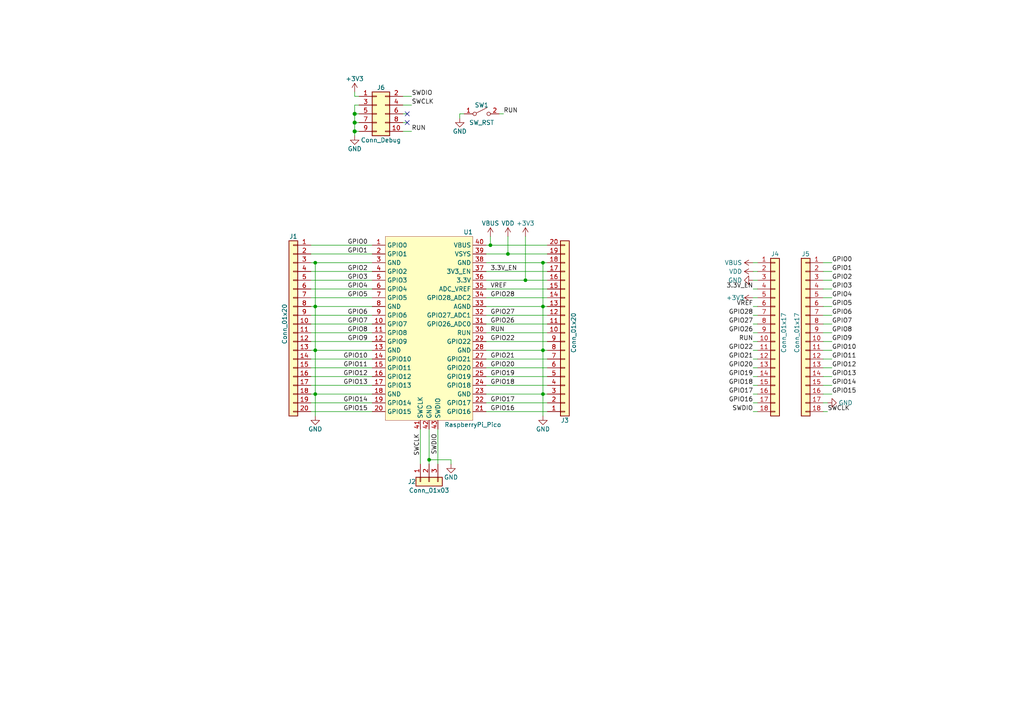
<source format=kicad_sch>
(kicad_sch (version 20230121) (generator eeschema)
  (paper "A4")
  (lib_symbols
    (symbol "Connector_Generic:Conn_01x03" (pin_names (offset 1.016) hide)
      (property "Reference" "J" (at 0 5.08 0))
      (property "Value" "Conn_01x03" (at 0 -5.08 0))
      (symbol "Conn_01x03_1_1"
        (rectangle (start -1.27 -2.413) (end 0 -2.667) (stroke (width 0.1524)))
        (rectangle (start -1.27 0.127) (end 0 -0.127) (stroke (width 0.1524)))
        (rectangle (start -1.27 2.667) (end 0 2.413) (stroke (width 0.1524)))
        (rectangle (start -1.27 3.81) (end 1.27 -3.81) (stroke (width 0.254)) (fill (type background)))
        (pin passive line (at -5.08 2.54 0) (length 3.81) (name "Pin_1") (number "1"))
        (pin passive line (at -5.08 0 0) (length 3.81) (name "Pin_2") (number "2"))
        (pin passive line (at -5.08 -2.54 0) (length 3.81) (name "Pin_3") (number "3"))
      )
    )
    (symbol "Connector_Generic:Conn_01x18" (pin_names (offset 1.016) hide)
      (property "Reference" "J" (at 0 22.86 0))
      (property "Value" "Conn_01x18" (at 0 -25.4 0))
      (symbol "Conn_01x18_1_1"
        (rectangle (start -1.27 -22.733) (end 0 -22.987) (stroke (width 0.1524)))
        (rectangle (start -1.27 -20.193) (end 0 -20.447) (stroke (width 0.1524)))
        (rectangle (start -1.27 -17.653) (end 0 -17.907) (stroke (width 0.1524)))
        (rectangle (start -1.27 -15.113) (end 0 -15.367) (stroke (width 0.1524)))
        (rectangle (start -1.27 -12.573) (end 0 -12.827) (stroke (width 0.1524)))
        (rectangle (start -1.27 -10.033) (end 0 -10.287) (stroke (width 0.1524)))
        (rectangle (start -1.27 -7.493) (end 0 -7.747) (stroke (width 0.1524)))
        (rectangle (start -1.27 -4.953) (end 0 -5.207) (stroke (width 0.1524)))
        (rectangle (start -1.27 -2.413) (end 0 -2.667) (stroke (width 0.1524)))
        (rectangle (start -1.27 0.127) (end 0 -0.127) (stroke (width 0.1524)))
        (rectangle (start -1.27 2.667) (end 0 2.413) (stroke (width 0.1524)))
        (rectangle (start -1.27 5.207) (end 0 4.953) (stroke (width 0.1524)))
        (rectangle (start -1.27 7.747) (end 0 7.493) (stroke (width 0.1524)))
        (rectangle (start -1.27 10.287) (end 0 10.033) (stroke (width 0.1524)))
        (rectangle (start -1.27 12.827) (end 0 12.573) (stroke (width 0.1524)))
        (rectangle (start -1.27 15.367) (end 0 15.113) (stroke (width 0.1524)))
        (rectangle (start -1.27 17.907) (end 0 17.653) (stroke (width 0.1524)))
        (rectangle (start -1.27 20.447) (end 0 20.193) (stroke (width 0.1524)))
        (rectangle (start -1.27 21.59) (end 1.27 -24.13) (stroke (width 0.254)) (fill (type background)))
        (pin passive line (at -5.08 20.32 0) (length 3.81) (name "Pin_1") (number "1"))
        (pin passive line (at -5.08 -2.54 0) (length 3.81) (name "Pin_10") (number "10"))
        (pin passive line (at -5.08 -5.08 0) (length 3.81) (name "Pin_11") (number "11"))
        (pin passive line (at -5.08 -7.62 0) (length 3.81) (name "Pin_12") (number "12"))
        (pin passive line (at -5.08 -10.16 0) (length 3.81) (name "Pin_13") (number "13"))
        (pin passive line (at -5.08 -12.7 0) (length 3.81) (name "Pin_14") (number "14"))
        (pin passive line (at -5.08 -15.24 0) (length 3.81) (name "Pin_15") (number "15"))
        (pin passive line (at -5.08 -17.78 0) (length 3.81) (name "Pin_16") (number "16"))
        (pin passive line (at -5.08 -20.32 0) (length 3.81) (name "Pin_17") (number "17"))
        (pin passive line (at -5.08 -22.86 0) (length 3.81) (name "Pin_18") (number "18"))
        (pin passive line (at -5.08 17.78 0) (length 3.81) (name "Pin_2") (number "2"))
        (pin passive line (at -5.08 15.24 0) (length 3.81) (name "Pin_3") (number "3"))
        (pin passive line (at -5.08 12.7 0) (length 3.81) (name "Pin_4") (number "4"))
        (pin passive line (at -5.08 10.16 0) (length 3.81) (name "Pin_5") (number "5"))
        (pin passive line (at -5.08 7.62 0) (length 3.81) (name "Pin_6") (number "6"))
        (pin passive line (at -5.08 5.08 0) (length 3.81) (name "Pin_7") (number "7"))
        (pin passive line (at -5.08 2.54 0) (length 3.81) (name "Pin_8") (number "8"))
        (pin passive line (at -5.08 0 0) (length 3.81) (name "Pin_9") (number "9"))
      )
    )
    (symbol "Connector_Generic:Conn_01x20" (pin_names (offset 1.016) hide)
      (property "Reference" "J" (at 0 25.4 0))
      (property "Value" "Conn_01x20" (at 0 -27.94 0))
      (symbol "Conn_01x20_1_1"
        (rectangle (start -1.27 -25.273) (end 0 -25.527) (stroke (width 0.1524)))
        (rectangle (start -1.27 -22.733) (end 0 -22.987) (stroke (width 0.1524)))
        (rectangle (start -1.27 -20.193) (end 0 -20.447) (stroke (width 0.1524)))
        (rectangle (start -1.27 -17.653) (end 0 -17.907) (stroke (width 0.1524)))
        (rectangle (start -1.27 -15.113) (end 0 -15.367) (stroke (width 0.1524)))
        (rectangle (start -1.27 -12.573) (end 0 -12.827) (stroke (width 0.1524)))
        (rectangle (start -1.27 -10.033) (end 0 -10.287) (stroke (width 0.1524)))
        (rectangle (start -1.27 -7.493) (end 0 -7.747) (stroke (width 0.1524)))
        (rectangle (start -1.27 -4.953) (end 0 -5.207) (stroke (width 0.1524)))
        (rectangle (start -1.27 -2.413) (end 0 -2.667) (stroke (width 0.1524)))
        (rectangle (start -1.27 0.127) (end 0 -0.127) (stroke (width 0.1524)))
        (rectangle (start -1.27 2.667) (end 0 2.413) (stroke (width 0.1524)))
        (rectangle (start -1.27 5.207) (end 0 4.953) (stroke (width 0.1524)))
        (rectangle (start -1.27 7.747) (end 0 7.493) (stroke (width 0.1524)))
        (rectangle (start -1.27 10.287) (end 0 10.033) (stroke (width 0.1524)))
        (rectangle (start -1.27 12.827) (end 0 12.573) (stroke (width 0.1524)))
        (rectangle (start -1.27 15.367) (end 0 15.113) (stroke (width 0.1524)))
        (rectangle (start -1.27 17.907) (end 0 17.653) (stroke (width 0.1524)))
        (rectangle (start -1.27 20.447) (end 0 20.193) (stroke (width 0.1524)))
        (rectangle (start -1.27 22.987) (end 0 22.733) (stroke (width 0.1524)))
        (rectangle (start -1.27 24.13) (end 1.27 -26.67) (stroke (width 0.254)) (fill (type background)))
        (pin passive line (at -5.08 22.86 0) (length 3.81) (name "Pin_1") (number "1"))
        (pin passive line (at -5.08 0 0) (length 3.81) (name "Pin_10") (number "10"))
        (pin passive line (at -5.08 -2.54 0) (length 3.81) (name "Pin_11") (number "11"))
        (pin passive line (at -5.08 -5.08 0) (length 3.81) (name "Pin_12") (number "12"))
        (pin passive line (at -5.08 -7.62 0) (length 3.81) (name "Pin_13") (number "13"))
        (pin passive line (at -5.08 -10.16 0) (length 3.81) (name "Pin_14") (number "14"))
        (pin passive line (at -5.08 -12.7 0) (length 3.81) (name "Pin_15") (number "15"))
        (pin passive line (at -5.08 -15.24 0) (length 3.81) (name "Pin_16") (number "16"))
        (pin passive line (at -5.08 -17.78 0) (length 3.81) (name "Pin_17") (number "17"))
        (pin passive line (at -5.08 -20.32 0) (length 3.81) (name "Pin_18") (number "18"))
        (pin passive line (at -5.08 -22.86 0) (length 3.81) (name "Pin_19") (number "19"))
        (pin passive line (at -5.08 20.32 0) (length 3.81) (name "Pin_2") (number "2"))
        (pin passive line (at -5.08 -25.4 0) (length 3.81) (name "Pin_20") (number "20"))
        (pin passive line (at -5.08 17.78 0) (length 3.81) (name "Pin_3") (number "3"))
        (pin passive line (at -5.08 15.24 0) (length 3.81) (name "Pin_4") (number "4"))
        (pin passive line (at -5.08 12.7 0) (length 3.81) (name "Pin_5") (number "5"))
        (pin passive line (at -5.08 10.16 0) (length 3.81) (name "Pin_6") (number "6"))
        (pin passive line (at -5.08 7.62 0) (length 3.81) (name "Pin_7") (number "7"))
        (pin passive line (at -5.08 5.08 0) (length 3.81) (name "Pin_8") (number "8"))
        (pin passive line (at -5.08 2.54 0) (length 3.81) (name "Pin_9") (number "9"))
      )
    )
    (symbol "Connector_Generic:Conn_02x05_Odd_Even" (pin_names (offset 1.016) hide)
      (property "Reference" "J" (at 1.27 7.62 0))
      (property "Value" "Conn_02x05_Odd_Even" (at 1.27 -7.62 0))
      (symbol "Conn_02x05_Odd_Even_1_1"
        (rectangle (start -1.27 -4.953) (end 0 -5.207) (stroke (width 0.1524)))
        (rectangle (start -1.27 -2.413) (end 0 -2.667) (stroke (width 0.1524)))
        (rectangle (start -1.27 0.127) (end 0 -0.127) (stroke (width 0.1524)))
        (rectangle (start -1.27 2.667) (end 0 2.413) (stroke (width 0.1524)))
        (rectangle (start -1.27 5.207) (end 0 4.953) (stroke (width 0.1524)))
        (rectangle (start -1.27 6.35) (end 3.81 -6.35) (stroke (width 0.254)) (fill (type background)))
        (rectangle (start 3.81 -4.953) (end 2.54 -5.207) (stroke (width 0.1524)))
        (rectangle (start 3.81 -2.413) (end 2.54 -2.667) (stroke (width 0.1524)))
        (rectangle (start 3.81 0.127) (end 2.54 -0.127) (stroke (width 0.1524)))
        (rectangle (start 3.81 2.667) (end 2.54 2.413) (stroke (width 0.1524)))
        (rectangle (start 3.81 5.207) (end 2.54 4.953) (stroke (width 0.1524)))
        (pin passive line (at -5.08 5.08 0) (length 3.81) (name "Pin_1") (number "1"))
        (pin passive line (at 7.62 -5.08 180) (length 3.81) (name "Pin_10") (number "10"))
        (pin passive line (at 7.62 5.08 180) (length 3.81) (name "Pin_2") (number "2"))
        (pin passive line (at -5.08 2.54 0) (length 3.81) (name "Pin_3") (number "3"))
        (pin passive line (at 7.62 2.54 180) (length 3.81) (name "Pin_4") (number "4"))
        (pin passive line (at -5.08 0 0) (length 3.81) (name "Pin_5") (number "5"))
        (pin passive line (at 7.62 0 180) (length 3.81) (name "Pin_6") (number "6"))
        (pin passive line (at -5.08 -2.54 0) (length 3.81) (name "Pin_7") (number "7"))
        (pin passive line (at 7.62 -2.54 180) (length 3.81) (name "Pin_8") (number "8"))
        (pin passive line (at -5.08 -5.08 0) (length 3.81) (name "Pin_9") (number "9"))
      )
    )
    (symbol "MCU_Module_Extra:RaspberryPi_Pico"
      (property "Reference" "U" (at 11.43 26.67 0))
      (property "Value" "RaspberryPi_Pico" (at 11.43 -29.21 0))
      (symbol "RaspberryPi_Pico_0_0"
        (pin input line (at -2.54 -30.48 90) (length 2.54) (name "SWCLK") (number "41"))
        (pin power_in line (at 0 -30.48 90) (length 2.54) (name "GND") (number "42"))
        (pin bidirectional line (at 2.54 -30.48 90) (length 2.54) (name "SWDIO") (number "43"))
      )
      (symbol "RaspberryPi_Pico_0_1"
        (rectangle (start -12.7 25.4) (end 12.7 -27.94) (stroke (width 0.0005)) (fill (type background)))
      )
      (symbol "RaspberryPi_Pico_1_1"
        (pin bidirectional line (at -16.51 22.86 0) (length 3.81) (name "GPIO0") (number "1"))
        (pin bidirectional line (at -16.51 0 0) (length 3.81) (name "GPIO7") (number "10"))
        (pin bidirectional line (at -16.51 -2.54 0) (length 3.81) (name "GPIO8") (number "11"))
        (pin bidirectional line (at -16.51 -5.08 0) (length 3.81) (name "GPIO9") (number "12"))
        (pin power_in line (at -16.51 -7.62 0) (length 3.81) (name "GND") (number "13"))
        (pin bidirectional line (at -16.51 -10.16 0) (length 3.81) (name "GPIO10") (number "14"))
        (pin bidirectional line (at -16.51 -12.7 0) (length 3.81) (name "GPIO11") (number "15"))
        (pin bidirectional line (at -16.51 -15.24 0) (length 3.81) (name "GPIO12") (number "16"))
        (pin bidirectional line (at -16.51 -17.78 0) (length 3.81) (name "GPIO13") (number "17"))
        (pin power_in line (at -16.51 -20.32 0) (length 3.81) (name "GND") (number "18"))
        (pin bidirectional line (at -16.51 -22.86 0) (length 3.81) (name "GPIO14") (number "19"))
        (pin bidirectional line (at -16.51 20.32 0) (length 3.81) (name "GPIO1") (number "2"))
        (pin bidirectional line (at -16.51 -25.4 0) (length 3.81) (name "GPIO15") (number "20"))
        (pin bidirectional line (at 16.51 -25.4 180) (length 3.81) (name "GPIO16") (number "21"))
        (pin bidirectional line (at 16.51 -22.86 180) (length 3.81) (name "GPIO17") (number "22"))
        (pin power_in line (at 16.51 -20.32 180) (length 3.81) (name "GND") (number "23"))
        (pin bidirectional line (at 16.51 -17.78 180) (length 3.81) (name "GPIO18") (number "24"))
        (pin bidirectional line (at 16.51 -15.24 180) (length 3.81) (name "GPIO19") (number "25"))
        (pin bidirectional line (at 16.51 -12.7 180) (length 3.81) (name "GPIO20") (number "26"))
        (pin bidirectional line (at 16.51 -10.16 180) (length 3.81) (name "GPIO21") (number "27"))
        (pin power_in line (at 16.51 -7.62 180) (length 3.81) (name "GND") (number "28"))
        (pin bidirectional line (at 16.51 -5.08 180) (length 3.81) (name "GPIO22") (number "29"))
        (pin power_in line (at -16.51 17.78 0) (length 3.81) (name "GND") (number "3"))
        (pin input line (at 16.51 -2.54 180) (length 3.81) (name "RUN") (number "30"))
        (pin bidirectional line (at 16.51 0 180) (length 3.81) (name "GPIO26_ADC0") (number "31"))
        (pin bidirectional line (at 16.51 2.54 180) (length 3.81) (name "GPIO27_ADC1") (number "32"))
        (pin power_in line (at 16.51 5.08 180) (length 3.81) (name "AGND") (number "33"))
        (pin bidirectional line (at 16.51 7.62 180) (length 3.81) (name "GPIO28_ADC2") (number "34"))
        (pin bidirectional line (at 16.51 10.16 180) (length 3.81) (name "ADC_VREF") (number "35"))
        (pin power_out line (at 16.51 12.7 180) (length 3.81) (name "3.3V") (number "36"))
        (pin input line (at 16.51 15.24 180) (length 3.81) (name "3V3_EN") (number "37"))
        (pin power_in line (at 16.51 17.78 180) (length 3.81) (name "GND") (number "38"))
        (pin power_in line (at 16.51 20.32 180) (length 3.81) (name "VSYS") (number "39"))
        (pin bidirectional line (at -16.51 15.24 0) (length 3.81) (name "GPIO2") (number "4"))
        (pin power_out line (at 16.51 22.86 180) (length 3.81) (name "VBUS") (number "40"))
        (pin bidirectional line (at -16.51 12.7 0) (length 3.81) (name "GPIO3") (number "5"))
        (pin bidirectional line (at -16.51 10.16 0) (length 3.81) (name "GPIO4") (number "6"))
        (pin bidirectional line (at -16.51 7.62 0) (length 3.81) (name "GPIO5") (number "7"))
        (pin power_in line (at -16.51 5.08 0) (length 3.81) (name "GND") (number "8"))
        (pin bidirectional line (at -16.51 2.54 0) (length 3.81) (name "GPIO6") (number "9"))
      )
    )
    (symbol "Switch:SW_SPST" (pin_names (offset 0) hide)
      (property "Reference" "SW" (at 0 3.175 0))
      (property "Value" "SW_SPST" (at 0 -2.54 0))
      (symbol "SW_SPST_0_0"
        (circle (center -2.032 0) (radius 0.508))
        (polyline (pts (xy -1.524 0.254) (xy 1.524 1.778)))
        (circle (center 2.032 0) (radius 0.508))
      )
      (symbol "SW_SPST_1_1"
        (pin passive line (at -5.08 0 0) (length 2.54) (name "A") (number "1"))
        (pin passive line (at 5.08 0 180) (length 2.54) (name "B") (number "2"))
      )
    )
    (symbol "power:+3.3V" (power) (pin_names (offset 0))
      (property "Value" "+3.3V" (at 0 3.556 0))
      (symbol "+3.3V_0_1"
        (polyline (pts (xy -0.762 1.27) (xy 0 2.54)))
        (polyline (pts (xy 0 0) (xy 0 2.54)))
        (polyline (pts (xy 0 2.54) (xy 0.762 1.27)))
      )
      (symbol "+3.3V_1_1"
        (pin power_in line (at 0 0 90) (length 0) hide (name "+3V3") (number "1"))
      )
    )
    (symbol "power:GND" (power) (pin_names (offset 0))
      (property "Value" "GND" (at 0 -3.81 0))
      (symbol "GND_0_1"
        (polyline (pts (xy 0 0) (xy 0 -1.27) (xy 1.27 -1.27) (xy 0 -2.54) (xy -1.27 -1.27) (xy 0 -1.27)))
      )
      (symbol "GND_1_1"
        (pin power_in line (at 0 0 270) (length 0) hide (name "GND") (number "1"))
      )
    )
    (symbol "power:VBUS" (power) (pin_names (offset 0))
      (property "Value" "VBUS" (at 0 3.81 0))
      (symbol "VBUS_0_1"
        (polyline (pts (xy -0.762 1.27) (xy 0 2.54)))
        (polyline (pts (xy 0 0) (xy 0 2.54)))
        (polyline (pts (xy 0 2.54) (xy 0.762 1.27)))
      )
      (symbol "VBUS_1_1"
        (pin power_in line (at 0 0 90) (length 0) hide (name "VBUS") (number "1"))
      )
    )
    (symbol "power:VDD" (power) (pin_names (offset 0))
      (property "Value" "VDD" (at 0 3.81 0))
      (symbol "VDD_0_1"
        (polyline (pts (xy -0.762 1.27) (xy 0 2.54)))
        (polyline (pts (xy 0 0) (xy 0 2.54)))
        (polyline (pts (xy 0 2.54) (xy 0.762 1.27)))
      )
      (symbol "VDD_1_1"
        (pin power_in line (at 0 0 90) (length 0) hide (name "VDD") (number "1"))
      )
    )
  )
  (junction (at 102.87 35.56) (diameter 1.016))
  (junction (at 157.48 76.2))
  (junction (at 124.46 133.35))
  (junction (at 102.87 38.1) (diameter 1.016))
  (junction (at 147.32 73.66))
  (junction (at 91.44 101.6))
  (junction (at 91.44 88.9))
  (junction (at 102.87 33.02) (diameter 1.016))
  (junction (at 91.44 76.2))
  (junction (at 157.48 101.6))
  (junction (at 157.48 88.9))
  (junction (at 142.24 71.12))
  (junction (at 152.4 81.28))
  (junction (at 157.48 114.3))
  (junction (at 91.44 114.3))
  (no_connect (at 118.11 35.56))
  (no_connect (at 118.11 33.02))
  (wire (pts (xy 238.76 101.6) (xy 241.3 101.6)))
  (wire (pts (xy 238.76 81.28) (xy 241.3 81.28)))
  (wire (pts (xy 91.44 88.9) (xy 107.95 88.9)))
  (wire (pts (xy 90.17 88.9) (xy 91.44 88.9)))
  (wire (pts (xy 133.35 33.02) (xy 133.35 34.29)))
  (wire (pts (xy 90.17 76.2) (xy 91.44 76.2)))
  (wire (pts (xy 218.44 101.6) (xy 219.71 101.6)))
  (wire (pts (xy 218.44 91.44) (xy 219.71 91.44)))
  (wire (pts (xy 91.44 101.6) (xy 107.95 101.6)))
  (wire (pts (xy 140.97 114.3) (xy 157.48 114.3)))
  (wire (pts (xy 238.76 104.14) (xy 241.3 104.14)))
  (wire (pts (xy 218.44 116.84) (xy 219.71 116.84)))
  (wire (pts (xy 90.17 71.12) (xy 107.95 71.12)))
  (wire (pts (xy 116.84 30.48) (xy 119.38 30.48)))
  (wire (pts (xy 238.76 106.68) (xy 241.3 106.68)))
  (wire (pts (xy 157.48 101.6) (xy 158.75 101.6)))
  (wire (pts (xy 116.84 27.94) (xy 119.38 27.94)))
  (wire (pts (xy 90.17 78.74) (xy 107.95 78.74)))
  (wire (pts (xy 90.17 104.14) (xy 107.95 104.14)))
  (wire (pts (xy 152.4 68.58) (xy 152.4 81.28)))
  (wire (pts (xy 116.84 35.56) (xy 118.11 35.56)))
  (wire (pts (xy 238.76 91.44) (xy 241.3 91.44)))
  (wire (pts (xy 90.17 91.44) (xy 107.95 91.44)))
  (wire (pts (xy 218.44 78.74) (xy 219.71 78.74)))
  (wire (pts (xy 238.76 96.52) (xy 241.3 96.52)))
  (wire (pts (xy 218.44 106.68) (xy 219.71 106.68)))
  (wire (pts (xy 102.87 30.48) (xy 102.87 33.02)))
  (wire (pts (xy 140.97 83.82) (xy 158.75 83.82)))
  (wire (pts (xy 218.44 119.38) (xy 219.71 119.38)))
  (wire (pts (xy 140.97 109.22) (xy 158.75 109.22)))
  (wire (pts (xy 140.97 104.14) (xy 158.75 104.14)))
  (wire (pts (xy 134.62 33.02) (xy 133.35 33.02)))
  (wire (pts (xy 90.17 81.28) (xy 107.95 81.28)))
  (wire (pts (xy 140.97 71.12) (xy 142.24 71.12)))
  (wire (pts (xy 102.87 27.94) (xy 102.87 26.67)))
  (wire (pts (xy 218.44 99.06) (xy 219.71 99.06)))
  (wire (pts (xy 90.17 93.98) (xy 107.95 93.98)))
  (wire (pts (xy 90.17 114.3) (xy 91.44 114.3)))
  (wire (pts (xy 140.97 78.74) (xy 158.75 78.74)))
  (wire (pts (xy 140.97 81.28) (xy 152.4 81.28)))
  (wire (pts (xy 130.81 134.62) (xy 130.81 133.35)))
  (wire (pts (xy 127 124.46) (xy 127 134.62)))
  (wire (pts (xy 218.44 88.9) (xy 219.71 88.9)))
  (wire (pts (xy 218.44 111.76) (xy 219.71 111.76)))
  (wire (pts (xy 121.92 124.46) (xy 121.92 134.62)))
  (wire (pts (xy 238.76 116.84) (xy 240.03 116.84)))
  (wire (pts (xy 157.48 88.9) (xy 158.75 88.9)))
  (wire (pts (xy 124.46 133.35) (xy 130.81 133.35)))
  (wire (pts (xy 157.48 88.9) (xy 157.48 101.6)))
  (wire (pts (xy 140.97 116.84) (xy 158.75 116.84)))
  (wire (pts (xy 218.44 76.2) (xy 219.71 76.2)))
  (wire (pts (xy 142.24 71.12) (xy 158.75 71.12)))
  (wire (pts (xy 140.97 88.9) (xy 157.48 88.9)))
  (wire (pts (xy 140.97 96.52) (xy 158.75 96.52)))
  (wire (pts (xy 218.44 81.28) (xy 219.71 81.28)))
  (wire (pts (xy 140.97 73.66) (xy 147.32 73.66)))
  (wire (pts (xy 238.76 76.2) (xy 241.3 76.2)))
  (wire (pts (xy 238.76 93.98) (xy 241.3 93.98)))
  (wire (pts (xy 140.97 101.6) (xy 157.48 101.6)))
  (wire (pts (xy 140.97 91.44) (xy 158.75 91.44)))
  (wire (pts (xy 90.17 96.52) (xy 107.95 96.52)))
  (wire (pts (xy 102.87 35.56) (xy 102.87 38.1)))
  (wire (pts (xy 90.17 86.36) (xy 107.95 86.36)))
  (wire (pts (xy 91.44 114.3) (xy 107.95 114.3)))
  (wire (pts (xy 90.17 116.84) (xy 107.95 116.84)))
  (wire (pts (xy 157.48 76.2) (xy 158.75 76.2)))
  (wire (pts (xy 91.44 88.9) (xy 91.44 101.6)))
  (wire (pts (xy 140.97 93.98) (xy 158.75 93.98)))
  (wire (pts (xy 104.14 27.94) (xy 102.87 27.94)))
  (wire (pts (xy 140.97 106.68) (xy 158.75 106.68)))
  (wire (pts (xy 238.76 86.36) (xy 241.3 86.36)))
  (wire (pts (xy 218.44 104.14) (xy 219.71 104.14)))
  (wire (pts (xy 238.76 114.3) (xy 241.3 114.3)))
  (wire (pts (xy 140.97 111.76) (xy 158.75 111.76)))
  (wire (pts (xy 238.76 88.9) (xy 241.3 88.9)))
  (wire (pts (xy 218.44 93.98) (xy 219.71 93.98)))
  (wire (pts (xy 104.14 35.56) (xy 102.87 35.56)))
  (wire (pts (xy 157.48 114.3) (xy 158.75 114.3)))
  (wire (pts (xy 124.46 133.35) (xy 124.46 134.62)))
  (wire (pts (xy 90.17 109.22) (xy 107.95 109.22)))
  (wire (pts (xy 238.76 119.38) (xy 240.03 119.38)))
  (wire (pts (xy 102.87 33.02) (xy 102.87 35.56)))
  (wire (pts (xy 104.14 38.1) (xy 102.87 38.1)))
  (wire (pts (xy 140.97 119.38) (xy 158.75 119.38)))
  (wire (pts (xy 91.44 114.3) (xy 91.44 120.65)))
  (wire (pts (xy 90.17 119.38) (xy 107.95 119.38)))
  (wire (pts (xy 140.97 86.36) (xy 158.75 86.36)))
  (wire (pts (xy 238.76 78.74) (xy 241.3 78.74)))
  (wire (pts (xy 147.32 68.58) (xy 147.32 73.66)))
  (wire (pts (xy 147.32 73.66) (xy 158.75 73.66)))
  (wire (pts (xy 91.44 76.2) (xy 107.95 76.2)))
  (wire (pts (xy 116.84 33.02) (xy 118.11 33.02)))
  (wire (pts (xy 90.17 73.66) (xy 107.95 73.66)))
  (wire (pts (xy 140.97 76.2) (xy 157.48 76.2)))
  (wire (pts (xy 102.87 38.1) (xy 102.87 39.37)))
  (wire (pts (xy 124.46 124.46) (xy 124.46 133.35)))
  (wire (pts (xy 142.24 68.58) (xy 142.24 71.12)))
  (wire (pts (xy 104.14 33.02) (xy 102.87 33.02)))
  (wire (pts (xy 218.44 96.52) (xy 219.71 96.52)))
  (wire (pts (xy 238.76 99.06) (xy 241.3 99.06)))
  (wire (pts (xy 104.14 30.48) (xy 102.87 30.48)))
  (wire (pts (xy 116.84 38.1) (xy 119.38 38.1)))
  (wire (pts (xy 238.76 111.76) (xy 241.3 111.76)))
  (wire (pts (xy 90.17 83.82) (xy 107.95 83.82)))
  (wire (pts (xy 90.17 99.06) (xy 107.95 99.06)))
  (wire (pts (xy 157.48 101.6) (xy 157.48 114.3)))
  (wire (pts (xy 157.48 114.3) (xy 157.48 120.65)))
  (wire (pts (xy 90.17 101.6) (xy 91.44 101.6)))
  (wire (pts (xy 238.76 83.82) (xy 241.3 83.82)))
  (wire (pts (xy 218.44 83.82) (xy 219.71 83.82)))
  (wire (pts (xy 91.44 101.6) (xy 91.44 114.3)))
  (wire (pts (xy 218.44 109.22) (xy 219.71 109.22)))
  (wire (pts (xy 218.44 86.36) (xy 219.71 86.36)))
  (wire (pts (xy 90.17 111.76) (xy 107.95 111.76)))
  (wire (pts (xy 90.17 106.68) (xy 107.95 106.68)))
  (wire (pts (xy 91.44 76.2) (xy 91.44 88.9)))
  (wire (pts (xy 144.78 33.02) (xy 146.05 33.02)))
  (wire (pts (xy 152.4 81.28) (xy 158.75 81.28)))
  (wire (pts (xy 157.48 76.2) (xy 157.48 88.9)))
  (wire (pts (xy 238.76 109.22) (xy 241.3 109.22)))
  (wire (pts (xy 218.44 114.3) (xy 219.71 114.3)))
  (wire (pts (xy 140.97 99.06) (xy 158.75 99.06)))
  (label "GPIO10" (at 241.3 101.6 0))
  (label "RUN" (at 142.24 96.52 0))
  (label "SWCLK" (at 121.92 125.73 90))
  (label "GPIO15" (at 106.68 119.38 0))
  (label "SWDIO" (at 127 125.73 90))
  (label "GPIO18" (at 218.44 111.76 0))
  (label "GPIO3" (at 106.68 81.28 0))
  (label "GPIO1" (at 241.3 78.74 0))
  (label "GPIO28" (at 218.44 91.44 0))
  (label "GPIO13" (at 241.3 109.22 0))
  (label "GPIO11" (at 106.68 106.68 0))
  (label "GPIO16" (at 142.24 119.38 0))
  (label "GPIO6" (at 241.3 91.44 0))
  (label "GPIO22" (at 218.44 101.6 0))
  (label "GPIO7" (at 241.3 93.98 0))
  (label "GPIO10" (at 106.68 104.14 0))
  (label "GPIO2" (at 241.3 81.28 0))
  (label "RUN" (at 218.44 99.06 0))
  (label "RUN" (at 146.05 33.02 0))
  (label "GPIO8" (at 106.68 96.52 0))
  (label "RUN" (at 119.38 38.1 0))
  (label "3.3V_EN" (at 218.44 83.82 0))
  (label "GPIO11" (at 241.3 104.14 0))
  (label "GPIO14" (at 106.68 116.84 0))
  (label "GPIO4" (at 106.68 83.82 0))
  (label "GPIO26" (at 218.44 96.52 0))
  (label "SWCLK" (at 119.38 30.48 0))
  (label "GPIO12" (at 106.68 109.22 0))
  (label "GPIO0" (at 106.68 71.12 0))
  (label "GPIO12" (at 241.3 106.68 0))
  (label "GPIO0" (at 241.3 76.2 0))
  (label "GPIO4" (at 241.3 86.36 0))
  (label "GPIO19" (at 142.24 109.22 0))
  (label "GPIO6" (at 106.68 91.44 0))
  (label "VREF" (at 218.44 88.9 0))
  (label "GPIO27" (at 142.24 91.44 0))
  (label "GPIO26" (at 142.24 93.98 0))
  (label "GPIO17" (at 218.44 114.3 0))
  (label "GPIO14" (at 241.3 111.76 0))
  (label "GPIO17" (at 142.24 116.84 0))
  (label "GPIO5" (at 241.3 88.9 0))
  (label "GPIO9" (at 241.3 99.06 0))
  (label "GPIO15" (at 241.3 114.3 0))
  (label "GPIO16" (at 218.44 116.84 0))
  (label "GPIO3" (at 241.3 83.82 0))
  (label "SWDIO" (at 218.44 119.38 0))
  (label "SWCLK" (at 240.03 119.38 0))
  (label "GPIO22" (at 142.24 99.06 0))
  (label "GPIO21" (at 218.44 104.14 0))
  (label "GPIO9" (at 106.68 99.06 0))
  (label "3.3V_EN" (at 142.24 78.74 0))
  (label "GPIO13" (at 106.68 111.76 0))
  (label "GPIO8" (at 241.3 96.52 0))
  (label "GPIO19" (at 218.44 109.22 0))
  (label "GPIO18" (at 142.24 111.76 0))
  (label "GPIO20" (at 142.24 106.68 0))
  (label "GPIO5" (at 106.68 86.36 0))
  (label "SWDIO" (at 119.38 27.94 0))
  (label "GPIO21" (at 142.24 104.14 0))
  (label "GPIO1" (at 106.68 73.66 0))
  (label "GPIO7" (at 106.68 93.98 0))
  (label "GPIO28" (at 142.24 86.36 0))
  (label "GPIO27" (at 218.44 93.98 0))
  (label "GPIO2" (at 106.68 78.74 0))
  (label "GPIO20" (at 218.44 106.68 0))
  (label "VREF" (at 142.24 83.82 0))
  (symbol (lib_id "Connector_Generic:Conn_01x03") (at 124.46 139.7 90) (mirror x) (unit 1)
    (property "Reference" "J2" (at 120.65 139.7 90) (effects (justify left)))
    (property "Value" "Conn_01x03" (at 124.46 142.24 90))
    (property "Footprint" "FlexyPin:FlexyPin_1x03_P2.54mm" (effects hide))
  )
  (symbol (lib_id "Connector_Generic:Conn_01x20") (at 163.83 96.52 0) (mirror x) (unit 1)
    (property "Reference" "J3" (at 163.83 121.92 0))
    (property "Value" "Conn_01x20" (at 166.37 96.52 90))
    (property "Footprint" "FlexyPin:FlexyPin_1x20_P2.54mm" (effects hide))
  )
  (symbol (lib_id "power:GND") (at 240.03 116.84 90) (unit 1)
    (property "Reference" "#PWR07" (effects hide))
    (property "Value" "GND" (at 243.205 116.84 90) (effects (justify right)))
  )
  (symbol (lib_id "power:GND") (at 102.87 39.37 0) (unit 1)
    (property "Reference" "#PWR0101" (effects hide))
    (property "Value" "GND" (at 102.87 43.18 0))
  )
  (symbol (lib_id "power:GND") (at 157.48 120.65 0) (unit 1)
    (property "Reference" "#PWR06" (effects hide))
    (property "Value" "GND" (at 157.48 124.46 0))
  )
  (symbol (lib_id "Connector_Generic:Conn_02x05_Odd_Even") (at 109.22 33.02 0) (unit 1) (in_bom no)
    (property "Reference" "J6" (at 110.49 25.4 0))
    (property "Value" "Conn_Debug" (at 110.49 40.64 0))
    (property "Footprint" "Connector_PinHeader_1.27mm_Extra:PinHeader_2x05_P1.27mm_Vertical_SMD_IDC" (effects hide))
  )
  (symbol (lib_id "power:VDD") (at 147.32 68.58 0) (unit 1)
    (property "Reference" "#PWR04" (effects hide))
    (property "Value" "VDD" (at 147.32 64.77 0))
  )
  (symbol (lib_id "MCU_Module_Extra:RaspberryPi_Pico") (at 124.46 93.98 0) (unit 1)
    (property "Reference" "U1" (at 137.16 67.31 0) (effects (justify right)))
    (property "Value" "RaspberryPi_Pico" (at 137.16 123.19 0))
    (property "Footprint" "Module_Extra:RaspberryPi_Pico" (effects hide))
    (property "Datasheet" "https://datasheets.raspberrypi.org/pico/pico-datasheet.pdf" (effects hide))
  )
  (symbol (lib_id "power:+3.3V") (at 152.4 68.58 0) (unit 1)
    (property "Reference" "#PWR05" (effects hide))
    (property "Value" "+3.3V" (at 152.4 64.77 0))
  )
  (symbol (lib_id "Connector_Generic:Conn_01x18") (at 224.79 96.52 0) (unit 1)
    (property "Reference" "J4" (at 224.79 73.66 0))
    (property "Value" "Conn_01x17" (at 227.33 96.52 90))
    (property "Footprint" "Connector_PinHeader_2.54mm:PinHeader_1x18_P2.54mm_Vertical" (effects hide))
  )
  (symbol (lib_id "Connector_Generic:Conn_01x18") (at 233.68 96.52 0) (mirror y) (unit 1)
    (property "Reference" "J5" (at 233.68 73.66 0))
    (property "Value" "Conn_01x17" (at 231.14 96.52 90))
    (property "Footprint" "Connector_PinHeader_2.54mm:PinHeader_1x18_P2.54mm_Vertical" (effects hide))
  )
  (symbol (lib_id "power:+3.3V") (at 102.87 26.67 0) (unit 1)
    (property "Reference" "#PWR0102" (effects hide))
    (property "Value" "+3.3V" (at 102.87 22.86 0))
  )
  (symbol (lib_id "power:GND") (at 91.44 120.65 0) (unit 1)
    (property "Reference" "#PWR01" (effects hide))
    (property "Value" "GND" (at 91.44 124.46 0))
  )
  (symbol (lib_id "power:VBUS") (at 142.24 68.58 0) (unit 1)
    (property "Reference" "#PWR03" (effects hide))
    (property "Value" "VBUS" (at 142.24 64.77 0))
  )
  (symbol (lib_id "power:GND") (at 218.44 81.28 270) (unit 1)
    (property "Reference" "#PWR010" (effects hide))
    (property "Value" "GND" (at 215.265 81.28 90) (effects (justify right)))
  )
  (symbol (lib_id "Switch:SW_SPST") (at 139.7 33.02 0) (unit 1)
    (property "Reference" "SW1" (at 139.7 30.48 0))
    (property "Value" "SW_RST" (at 139.7 35.56 0))
    (property "Footprint" "Button_Switch_THT:SW_PUSH_6mm" (effects hide))
  )
  (symbol (lib_id "power:+3.3V") (at 218.44 86.36 90) (mirror x) (unit 1)
    (property "Reference" "#PWR011" (effects hide))
    (property "Value" "+3.3V" (at 215.9 86.36 90) (effects (justify left)))
  )
  (symbol (lib_id "Connector_Generic:Conn_01x20") (at 85.09 93.98 0) (mirror y) (unit 1)
    (property "Reference" "J1" (at 85.09 68.58 0))
    (property "Value" "Conn_01x20" (at 82.55 93.98 90))
    (property "Footprint" "FlexyPin:FlexyPin_1x20_P2.54mm" (effects hide))
  )
  (symbol (lib_id "power:GND") (at 130.81 134.62 0) (unit 1)
    (property "Reference" "#PWR02" (effects hide))
    (property "Value" "GND" (at 130.81 138.43 0))
  )
  (symbol (lib_id "power:VDD") (at 218.44 78.74 90) (mirror x) (unit 1)
    (property "Reference" "#PWR09" (effects hide))
    (property "Value" "VDD" (at 215.265 78.74 90) (effects (justify left)))
  )
  (symbol (lib_id "power:GND") (at 133.35 34.29 0) (unit 1)
    (property "Reference" "#PWR0103" (effects hide))
    (property "Value" "GND" (at 133.35 38.1 0))
  )
  (symbol (lib_id "power:VBUS") (at 218.44 76.2 90) (mirror x) (unit 1)
    (property "Reference" "#PWR08" (effects hide))
    (property "Value" "VBUS" (at 215.265 76.2 90) (effects (justify left)))
  )
)
</source>
